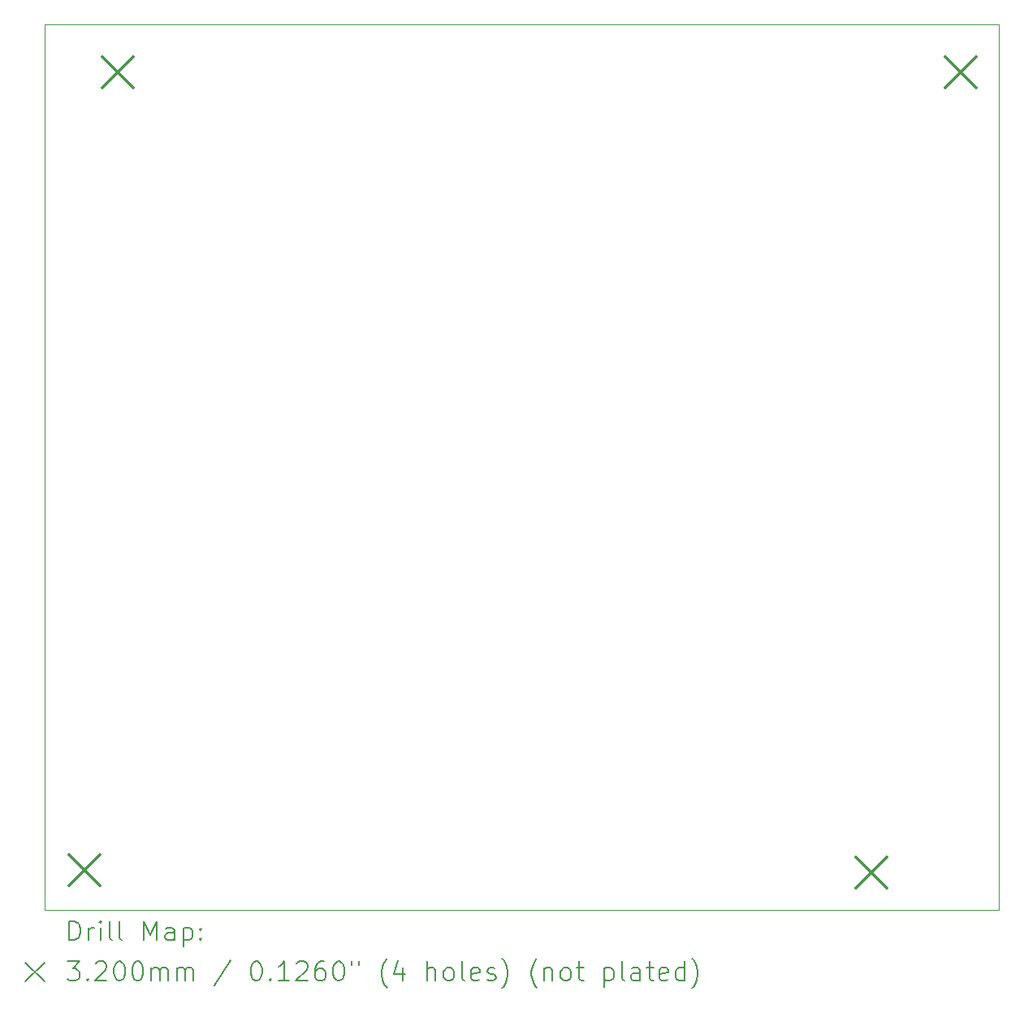
<source format=gbr>
%TF.GenerationSoftware,KiCad,Pcbnew,(6.0.11)*%
%TF.CreationDate,2023-08-29T14:16:52-05:00*%
%TF.ProjectId,Cabina,43616269-6e61-42e6-9b69-6361645f7063,rev?*%
%TF.SameCoordinates,Original*%
%TF.FileFunction,Drillmap*%
%TF.FilePolarity,Positive*%
%FSLAX45Y45*%
G04 Gerber Fmt 4.5, Leading zero omitted, Abs format (unit mm)*
G04 Created by KiCad (PCBNEW (6.0.11)) date 2023-08-29 14:16:52*
%MOMM*%
%LPD*%
G01*
G04 APERTURE LIST*
%ADD10C,0.100000*%
%ADD11C,0.200000*%
%ADD12C,0.320000*%
G04 APERTURE END LIST*
D10*
X10344100Y-3817620D02*
X20290740Y-3817620D01*
X20290740Y-3817620D02*
X20290740Y-13058140D01*
X20290740Y-13058140D02*
X10344100Y-13058140D01*
X10344100Y-13058140D02*
X10344100Y-3817620D01*
D11*
D12*
X10594360Y-12479040D02*
X10914360Y-12799040D01*
X10914360Y-12479040D02*
X10594360Y-12799040D01*
X10939800Y-4158000D02*
X11259800Y-4478000D01*
X11259800Y-4158000D02*
X10939800Y-4478000D01*
X18798560Y-12506980D02*
X19118560Y-12826980D01*
X19118560Y-12506980D02*
X18798560Y-12826980D01*
X19728200Y-4158000D02*
X20048200Y-4478000D01*
X20048200Y-4158000D02*
X19728200Y-4478000D01*
D11*
X10596719Y-13373616D02*
X10596719Y-13173616D01*
X10644338Y-13173616D01*
X10672910Y-13183140D01*
X10691957Y-13202188D01*
X10701481Y-13221235D01*
X10711005Y-13259330D01*
X10711005Y-13287902D01*
X10701481Y-13325997D01*
X10691957Y-13345045D01*
X10672910Y-13364092D01*
X10644338Y-13373616D01*
X10596719Y-13373616D01*
X10796719Y-13373616D02*
X10796719Y-13240283D01*
X10796719Y-13278378D02*
X10806243Y-13259330D01*
X10815767Y-13249807D01*
X10834814Y-13240283D01*
X10853862Y-13240283D01*
X10920529Y-13373616D02*
X10920529Y-13240283D01*
X10920529Y-13173616D02*
X10911005Y-13183140D01*
X10920529Y-13192664D01*
X10930052Y-13183140D01*
X10920529Y-13173616D01*
X10920529Y-13192664D01*
X11044338Y-13373616D02*
X11025290Y-13364092D01*
X11015767Y-13345045D01*
X11015767Y-13173616D01*
X11149100Y-13373616D02*
X11130052Y-13364092D01*
X11120529Y-13345045D01*
X11120529Y-13173616D01*
X11377671Y-13373616D02*
X11377671Y-13173616D01*
X11444338Y-13316473D01*
X11511005Y-13173616D01*
X11511005Y-13373616D01*
X11691957Y-13373616D02*
X11691957Y-13268854D01*
X11682433Y-13249807D01*
X11663386Y-13240283D01*
X11625290Y-13240283D01*
X11606243Y-13249807D01*
X11691957Y-13364092D02*
X11672909Y-13373616D01*
X11625290Y-13373616D01*
X11606243Y-13364092D01*
X11596719Y-13345045D01*
X11596719Y-13325997D01*
X11606243Y-13306949D01*
X11625290Y-13297426D01*
X11672909Y-13297426D01*
X11691957Y-13287902D01*
X11787195Y-13240283D02*
X11787195Y-13440283D01*
X11787195Y-13249807D02*
X11806243Y-13240283D01*
X11844338Y-13240283D01*
X11863386Y-13249807D01*
X11872909Y-13259330D01*
X11882433Y-13278378D01*
X11882433Y-13335521D01*
X11872909Y-13354568D01*
X11863386Y-13364092D01*
X11844338Y-13373616D01*
X11806243Y-13373616D01*
X11787195Y-13364092D01*
X11968148Y-13354568D02*
X11977671Y-13364092D01*
X11968148Y-13373616D01*
X11958624Y-13364092D01*
X11968148Y-13354568D01*
X11968148Y-13373616D01*
X11968148Y-13249807D02*
X11977671Y-13259330D01*
X11968148Y-13268854D01*
X11958624Y-13259330D01*
X11968148Y-13249807D01*
X11968148Y-13268854D01*
X10139100Y-13603140D02*
X10339100Y-13803140D01*
X10339100Y-13603140D02*
X10139100Y-13803140D01*
X10577671Y-13593616D02*
X10701481Y-13593616D01*
X10634814Y-13669807D01*
X10663386Y-13669807D01*
X10682433Y-13679330D01*
X10691957Y-13688854D01*
X10701481Y-13707902D01*
X10701481Y-13755521D01*
X10691957Y-13774568D01*
X10682433Y-13784092D01*
X10663386Y-13793616D01*
X10606243Y-13793616D01*
X10587195Y-13784092D01*
X10577671Y-13774568D01*
X10787195Y-13774568D02*
X10796719Y-13784092D01*
X10787195Y-13793616D01*
X10777671Y-13784092D01*
X10787195Y-13774568D01*
X10787195Y-13793616D01*
X10872910Y-13612664D02*
X10882433Y-13603140D01*
X10901481Y-13593616D01*
X10949100Y-13593616D01*
X10968148Y-13603140D01*
X10977671Y-13612664D01*
X10987195Y-13631711D01*
X10987195Y-13650759D01*
X10977671Y-13679330D01*
X10863386Y-13793616D01*
X10987195Y-13793616D01*
X11111005Y-13593616D02*
X11130052Y-13593616D01*
X11149100Y-13603140D01*
X11158624Y-13612664D01*
X11168148Y-13631711D01*
X11177671Y-13669807D01*
X11177671Y-13717426D01*
X11168148Y-13755521D01*
X11158624Y-13774568D01*
X11149100Y-13784092D01*
X11130052Y-13793616D01*
X11111005Y-13793616D01*
X11091957Y-13784092D01*
X11082433Y-13774568D01*
X11072910Y-13755521D01*
X11063386Y-13717426D01*
X11063386Y-13669807D01*
X11072910Y-13631711D01*
X11082433Y-13612664D01*
X11091957Y-13603140D01*
X11111005Y-13593616D01*
X11301481Y-13593616D02*
X11320528Y-13593616D01*
X11339576Y-13603140D01*
X11349100Y-13612664D01*
X11358624Y-13631711D01*
X11368148Y-13669807D01*
X11368148Y-13717426D01*
X11358624Y-13755521D01*
X11349100Y-13774568D01*
X11339576Y-13784092D01*
X11320528Y-13793616D01*
X11301481Y-13793616D01*
X11282433Y-13784092D01*
X11272909Y-13774568D01*
X11263386Y-13755521D01*
X11253862Y-13717426D01*
X11253862Y-13669807D01*
X11263386Y-13631711D01*
X11272909Y-13612664D01*
X11282433Y-13603140D01*
X11301481Y-13593616D01*
X11453862Y-13793616D02*
X11453862Y-13660283D01*
X11453862Y-13679330D02*
X11463386Y-13669807D01*
X11482433Y-13660283D01*
X11511005Y-13660283D01*
X11530052Y-13669807D01*
X11539576Y-13688854D01*
X11539576Y-13793616D01*
X11539576Y-13688854D02*
X11549100Y-13669807D01*
X11568148Y-13660283D01*
X11596719Y-13660283D01*
X11615767Y-13669807D01*
X11625290Y-13688854D01*
X11625290Y-13793616D01*
X11720528Y-13793616D02*
X11720528Y-13660283D01*
X11720528Y-13679330D02*
X11730052Y-13669807D01*
X11749100Y-13660283D01*
X11777671Y-13660283D01*
X11796719Y-13669807D01*
X11806243Y-13688854D01*
X11806243Y-13793616D01*
X11806243Y-13688854D02*
X11815767Y-13669807D01*
X11834814Y-13660283D01*
X11863386Y-13660283D01*
X11882433Y-13669807D01*
X11891957Y-13688854D01*
X11891957Y-13793616D01*
X12282433Y-13584092D02*
X12111005Y-13841235D01*
X12539576Y-13593616D02*
X12558624Y-13593616D01*
X12577671Y-13603140D01*
X12587195Y-13612664D01*
X12596719Y-13631711D01*
X12606243Y-13669807D01*
X12606243Y-13717426D01*
X12596719Y-13755521D01*
X12587195Y-13774568D01*
X12577671Y-13784092D01*
X12558624Y-13793616D01*
X12539576Y-13793616D01*
X12520528Y-13784092D01*
X12511005Y-13774568D01*
X12501481Y-13755521D01*
X12491957Y-13717426D01*
X12491957Y-13669807D01*
X12501481Y-13631711D01*
X12511005Y-13612664D01*
X12520528Y-13603140D01*
X12539576Y-13593616D01*
X12691957Y-13774568D02*
X12701481Y-13784092D01*
X12691957Y-13793616D01*
X12682433Y-13784092D01*
X12691957Y-13774568D01*
X12691957Y-13793616D01*
X12891957Y-13793616D02*
X12777671Y-13793616D01*
X12834814Y-13793616D02*
X12834814Y-13593616D01*
X12815767Y-13622188D01*
X12796719Y-13641235D01*
X12777671Y-13650759D01*
X12968148Y-13612664D02*
X12977671Y-13603140D01*
X12996719Y-13593616D01*
X13044338Y-13593616D01*
X13063386Y-13603140D01*
X13072909Y-13612664D01*
X13082433Y-13631711D01*
X13082433Y-13650759D01*
X13072909Y-13679330D01*
X12958624Y-13793616D01*
X13082433Y-13793616D01*
X13253862Y-13593616D02*
X13215767Y-13593616D01*
X13196719Y-13603140D01*
X13187195Y-13612664D01*
X13168148Y-13641235D01*
X13158624Y-13679330D01*
X13158624Y-13755521D01*
X13168148Y-13774568D01*
X13177671Y-13784092D01*
X13196719Y-13793616D01*
X13234814Y-13793616D01*
X13253862Y-13784092D01*
X13263386Y-13774568D01*
X13272909Y-13755521D01*
X13272909Y-13707902D01*
X13263386Y-13688854D01*
X13253862Y-13679330D01*
X13234814Y-13669807D01*
X13196719Y-13669807D01*
X13177671Y-13679330D01*
X13168148Y-13688854D01*
X13158624Y-13707902D01*
X13396719Y-13593616D02*
X13415767Y-13593616D01*
X13434814Y-13603140D01*
X13444338Y-13612664D01*
X13453862Y-13631711D01*
X13463386Y-13669807D01*
X13463386Y-13717426D01*
X13453862Y-13755521D01*
X13444338Y-13774568D01*
X13434814Y-13784092D01*
X13415767Y-13793616D01*
X13396719Y-13793616D01*
X13377671Y-13784092D01*
X13368148Y-13774568D01*
X13358624Y-13755521D01*
X13349100Y-13717426D01*
X13349100Y-13669807D01*
X13358624Y-13631711D01*
X13368148Y-13612664D01*
X13377671Y-13603140D01*
X13396719Y-13593616D01*
X13539576Y-13593616D02*
X13539576Y-13631711D01*
X13615767Y-13593616D02*
X13615767Y-13631711D01*
X13911005Y-13869807D02*
X13901481Y-13860283D01*
X13882433Y-13831711D01*
X13872909Y-13812664D01*
X13863386Y-13784092D01*
X13853862Y-13736473D01*
X13853862Y-13698378D01*
X13863386Y-13650759D01*
X13872909Y-13622188D01*
X13882433Y-13603140D01*
X13901481Y-13574568D01*
X13911005Y-13565045D01*
X14072909Y-13660283D02*
X14072909Y-13793616D01*
X14025290Y-13584092D02*
X13977671Y-13726949D01*
X14101481Y-13726949D01*
X14330052Y-13793616D02*
X14330052Y-13593616D01*
X14415767Y-13793616D02*
X14415767Y-13688854D01*
X14406243Y-13669807D01*
X14387195Y-13660283D01*
X14358624Y-13660283D01*
X14339576Y-13669807D01*
X14330052Y-13679330D01*
X14539576Y-13793616D02*
X14520528Y-13784092D01*
X14511005Y-13774568D01*
X14501481Y-13755521D01*
X14501481Y-13698378D01*
X14511005Y-13679330D01*
X14520528Y-13669807D01*
X14539576Y-13660283D01*
X14568148Y-13660283D01*
X14587195Y-13669807D01*
X14596719Y-13679330D01*
X14606243Y-13698378D01*
X14606243Y-13755521D01*
X14596719Y-13774568D01*
X14587195Y-13784092D01*
X14568148Y-13793616D01*
X14539576Y-13793616D01*
X14720528Y-13793616D02*
X14701481Y-13784092D01*
X14691957Y-13765045D01*
X14691957Y-13593616D01*
X14872909Y-13784092D02*
X14853862Y-13793616D01*
X14815767Y-13793616D01*
X14796719Y-13784092D01*
X14787195Y-13765045D01*
X14787195Y-13688854D01*
X14796719Y-13669807D01*
X14815767Y-13660283D01*
X14853862Y-13660283D01*
X14872909Y-13669807D01*
X14882433Y-13688854D01*
X14882433Y-13707902D01*
X14787195Y-13726949D01*
X14958624Y-13784092D02*
X14977671Y-13793616D01*
X15015767Y-13793616D01*
X15034814Y-13784092D01*
X15044338Y-13765045D01*
X15044338Y-13755521D01*
X15034814Y-13736473D01*
X15015767Y-13726949D01*
X14987195Y-13726949D01*
X14968148Y-13717426D01*
X14958624Y-13698378D01*
X14958624Y-13688854D01*
X14968148Y-13669807D01*
X14987195Y-13660283D01*
X15015767Y-13660283D01*
X15034814Y-13669807D01*
X15111005Y-13869807D02*
X15120528Y-13860283D01*
X15139576Y-13831711D01*
X15149100Y-13812664D01*
X15158624Y-13784092D01*
X15168148Y-13736473D01*
X15168148Y-13698378D01*
X15158624Y-13650759D01*
X15149100Y-13622188D01*
X15139576Y-13603140D01*
X15120528Y-13574568D01*
X15111005Y-13565045D01*
X15472909Y-13869807D02*
X15463386Y-13860283D01*
X15444338Y-13831711D01*
X15434814Y-13812664D01*
X15425290Y-13784092D01*
X15415767Y-13736473D01*
X15415767Y-13698378D01*
X15425290Y-13650759D01*
X15434814Y-13622188D01*
X15444338Y-13603140D01*
X15463386Y-13574568D01*
X15472909Y-13565045D01*
X15549100Y-13660283D02*
X15549100Y-13793616D01*
X15549100Y-13679330D02*
X15558624Y-13669807D01*
X15577671Y-13660283D01*
X15606243Y-13660283D01*
X15625290Y-13669807D01*
X15634814Y-13688854D01*
X15634814Y-13793616D01*
X15758624Y-13793616D02*
X15739576Y-13784092D01*
X15730052Y-13774568D01*
X15720528Y-13755521D01*
X15720528Y-13698378D01*
X15730052Y-13679330D01*
X15739576Y-13669807D01*
X15758624Y-13660283D01*
X15787195Y-13660283D01*
X15806243Y-13669807D01*
X15815767Y-13679330D01*
X15825290Y-13698378D01*
X15825290Y-13755521D01*
X15815767Y-13774568D01*
X15806243Y-13784092D01*
X15787195Y-13793616D01*
X15758624Y-13793616D01*
X15882433Y-13660283D02*
X15958624Y-13660283D01*
X15911005Y-13593616D02*
X15911005Y-13765045D01*
X15920528Y-13784092D01*
X15939576Y-13793616D01*
X15958624Y-13793616D01*
X16177671Y-13660283D02*
X16177671Y-13860283D01*
X16177671Y-13669807D02*
X16196719Y-13660283D01*
X16234814Y-13660283D01*
X16253862Y-13669807D01*
X16263386Y-13679330D01*
X16272909Y-13698378D01*
X16272909Y-13755521D01*
X16263386Y-13774568D01*
X16253862Y-13784092D01*
X16234814Y-13793616D01*
X16196719Y-13793616D01*
X16177671Y-13784092D01*
X16387195Y-13793616D02*
X16368148Y-13784092D01*
X16358624Y-13765045D01*
X16358624Y-13593616D01*
X16549100Y-13793616D02*
X16549100Y-13688854D01*
X16539576Y-13669807D01*
X16520528Y-13660283D01*
X16482433Y-13660283D01*
X16463386Y-13669807D01*
X16549100Y-13784092D02*
X16530052Y-13793616D01*
X16482433Y-13793616D01*
X16463386Y-13784092D01*
X16453862Y-13765045D01*
X16453862Y-13745997D01*
X16463386Y-13726949D01*
X16482433Y-13717426D01*
X16530052Y-13717426D01*
X16549100Y-13707902D01*
X16615767Y-13660283D02*
X16691957Y-13660283D01*
X16644338Y-13593616D02*
X16644338Y-13765045D01*
X16653862Y-13784092D01*
X16672909Y-13793616D01*
X16691957Y-13793616D01*
X16834814Y-13784092D02*
X16815767Y-13793616D01*
X16777671Y-13793616D01*
X16758624Y-13784092D01*
X16749100Y-13765045D01*
X16749100Y-13688854D01*
X16758624Y-13669807D01*
X16777671Y-13660283D01*
X16815767Y-13660283D01*
X16834814Y-13669807D01*
X16844338Y-13688854D01*
X16844338Y-13707902D01*
X16749100Y-13726949D01*
X17015767Y-13793616D02*
X17015767Y-13593616D01*
X17015767Y-13784092D02*
X16996719Y-13793616D01*
X16958624Y-13793616D01*
X16939576Y-13784092D01*
X16930052Y-13774568D01*
X16920529Y-13755521D01*
X16920529Y-13698378D01*
X16930052Y-13679330D01*
X16939576Y-13669807D01*
X16958624Y-13660283D01*
X16996719Y-13660283D01*
X17015767Y-13669807D01*
X17091957Y-13869807D02*
X17101481Y-13860283D01*
X17120529Y-13831711D01*
X17130052Y-13812664D01*
X17139576Y-13784092D01*
X17149100Y-13736473D01*
X17149100Y-13698378D01*
X17139576Y-13650759D01*
X17130052Y-13622188D01*
X17120529Y-13603140D01*
X17101481Y-13574568D01*
X17091957Y-13565045D01*
M02*

</source>
